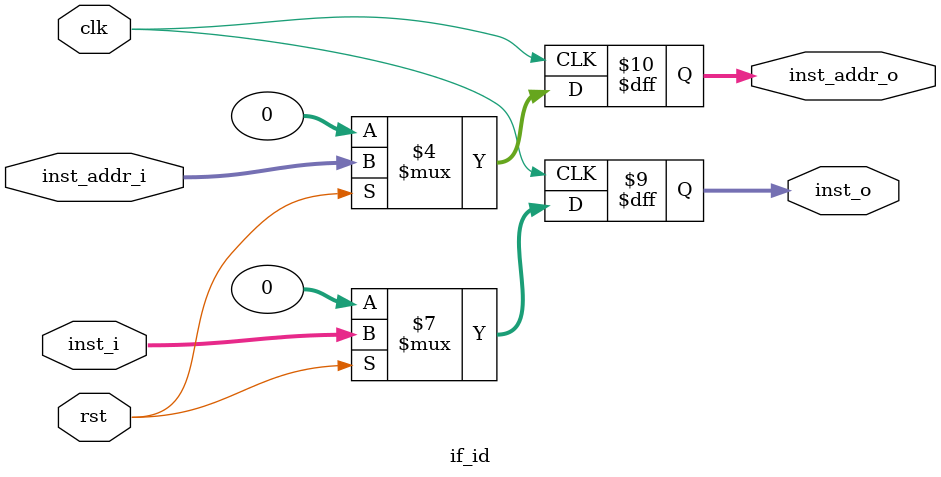
<source format=v>
module if_id(
	input wire 		 clk,
	input wire 		 rst,
	input wire[31:0] inst_i,
	input wire[31:0] inst_addr_i,
	output reg[31:0] inst_o,
	output reg[31:0] inst_addr_o
);
	always @(posedge clk) begin
		if (~rst) begin
			inst_o <= 32'b0;
			inst_addr_o <= 32'b0;
		end
		else begin
			inst_o <= inst_i;
			inst_addr_o <= inst_addr_i; 
		end
	end
endmodule
</source>
